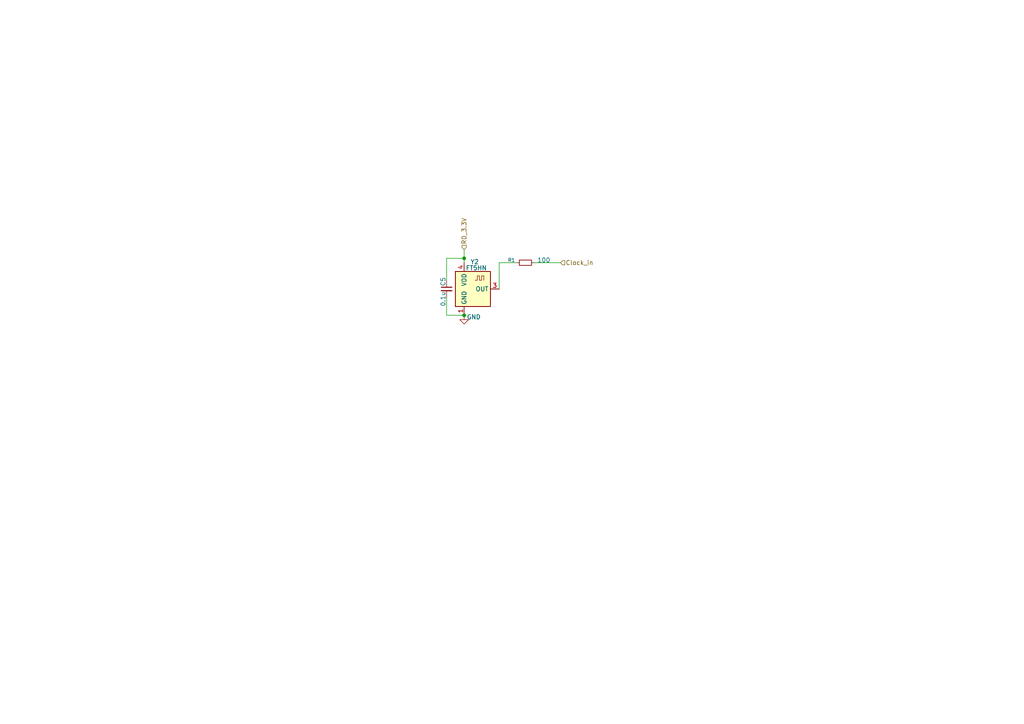
<source format=kicad_sch>
(kicad_sch (version 20250114) (generator "eeschema") (generator_version "9.0")
  (paper "A4")
  (lib_symbols
    (symbol "Device:C_Small" (pin_numbers (hide yes)) (pin_names (offset 0.254) (hide yes))
      (property "Reference" "C" (at 0.254 1.778 0))
      (property "Value" "C_Small" (at 0.254 -2.032 0))
      (symbol "C_Small_0_1"
        (polyline (pts (xy -1.524 0.508) (xy 1.524 0.508)) (stroke (width 0.3048)))
        (polyline (pts (xy -1.524 -0.508) (xy 1.524 -0.508)) (stroke (width 0.3302)))
      )
      (symbol "C_Small_1_1"
        (pin passive line (at 0 2.54 270) (length 2.032) (name "~") (number "1"))
        (pin passive line (at 0 -2.54 90) (length 2.032) (name "~") (number "2"))
      )
    )
    (symbol "Device:R_Small" (pin_numbers (hide yes)) (pin_names (offset 0.254) (hide yes))
      (property "Reference" "R" (at 0 0 90))
      (property "Value" "R_Small" (at 1.778 0 90))
      (symbol "R_Small_0_1"
        (rectangle (start -0.762 1.778) (end 0.762 -1.778) (stroke (width 0.2032)))
      )
      (symbol "R_Small_1_1"
        (pin passive line (at 0 2.54 270) (length 0.762) (name "~") (number "1"))
        (pin passive line (at 0 -2.54 90) (length 0.762) (name "~") (number "2"))
      )
    )
    (symbol "Oscillator:FT5HN"
      (property "Reference" "Y" (at 1.27 11.43 0))
      (property "Value" "FT5HN" (at 2.54 8.89 0))
      (symbol "FT5HN_0_1"
        (rectangle (start -5.08 5.08) (end 5.08 -5.08) (stroke (width 0.254)) (fill (type background)))
        (polyline (pts (xy 0.635 2.54) (xy 1.27 2.54) (xy 1.27 3.81) (xy 1.905 3.81) (xy 1.905 2.54) (xy 2.54 2.54) (xy 2.54 3.81) (xy 3.175 3.81) (xy 3.175 2.54)))
      )
      (symbol "FT5HN_1_1"
        (pin power_in line (at -2.54 7.62 270) (length 2.54) (name "VDD") (number "4"))
        (pin power_in line (at -2.54 -7.62 90) (length 2.54) (name "GND") (number "1"))
        (pin passive line (at -2.54 -7.62 90) (length 2.54) (hide yes) (name "GND") (number "2"))
        (pin output line (at 7.62 0 180) (length 2.54) (name "OUT") (number "3"))
      )
    )
    (symbol "power:GND" (power) (pin_numbers (hide yes)) (pin_names (offset 0) (hide yes))
      (property "Value" "GND" (at 0 -3.81 0))
      (symbol "GND_0_1"
        (polyline (pts (xy 0 0) (xy 0 -1.27) (xy 1.27 -1.27) (xy 0 -2.54) (xy -1.27 -1.27) (xy 0 -1.27)))
      )
      (symbol "GND_1_1"
        (pin power_in line (at 0 0 270) (length 0) (name "~") (number "1"))
      )
    )
  )
  (junction (at 134.62 91.44))
  (junction (at 134.62 74.93))
  (wire (pts (xy 134.62 72.39) (xy 134.62 74.93)))
  (wire (pts (xy 144.78 76.2) (xy 144.78 83.82)))
  (wire (pts (xy 129.54 81.28) (xy 129.54 74.93)))
  (wire (pts (xy 129.54 91.44) (xy 134.62 91.44)))
  (wire (pts (xy 129.54 74.93) (xy 134.62 74.93)))
  (wire (pts (xy 134.62 74.93) (xy 134.62 76.2)))
  (wire (pts (xy 129.54 86.36) (xy 129.54 91.44)))
  (wire (pts (xy 162.56 76.2) (xy 154.94 76.2)))
  (wire (pts (xy 149.86 76.2) (xy 144.78 76.2)))
  (hierarchical_label "Clock_in" (shape input) (at 162.56 76.2 0))
  (hierarchical_label "RD_3.3V" (shape input) (at 134.62 72.39 90))
  (symbol (lib_id "power:GND") (at 134.62 91.44 0) (unit 1)
    (property "Reference" "#PWR05" (effects (hide yes)))
    (property "Value" "GND" (at 137.414 91.948 0))
    (property "Description" "Power symbol creates a global label with name \"GND\" , ground" (effects (hide yes)))
  )
  (symbol (lib_id "Oscillator:FT5HN") (at 137.16 83.82 0) (unit 1)
    (property "Reference" "Y2" (at 138.938 75.946 0) (effects (justify right)))
    (property "Value" "FT5HN" (at 141.224 77.724 0) (effects (justify right)))
    (property "Footprint" "Oscillator:Oscillator_SMD_Fox_FT5H_5.0x3.2mm" (effects (hide yes)))
    (property "Datasheet" "https://foxonline.com/wp-content/uploads/pdfs/T5HN_T5HV.pdf" (effects (hide yes)))
    (property "Description" "HCMOS temperature compensated oscillator" (effects (hide yes)))
  )
  (symbol (lib_id "Device:R_Small") (at 152.4 76.2 90) (unit 1)
    (property "Reference" "R1" (at 148.336 75.438 90) (effects (font (size 1.016 1.016))))
    (property "Value" "100" (at 157.734 75.438 90))
    (property "Footprint" "Resistor_SMD:R_0402_1005Metric" (effects (hide yes)))
    (property "Description" "Resistor, small symbol" (effects (hide yes)))
  )
  (symbol (lib_id "Device:C_Small") (at 129.54 83.82 0) (unit 1)
    (property "Reference" "C5" (at 128.524 83.058 90) (effects (justify left)))
    (property "Value" "0.1u" (at 128.524 88.9 90) (effects (justify left)))
    (property "Footprint" "Capacitor_SMD:C_0402_1005Metric" (effects (hide yes)))
    (property "Description" "Unpolarized capacitor, small symbol" (effects (hide yes)))
  )
)
</source>
